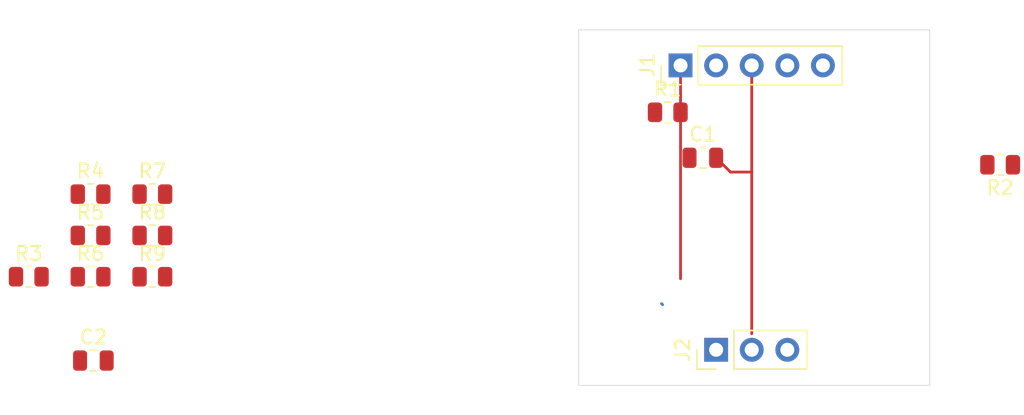
<source format=kicad_pcb>
(kicad_pcb (version 20241229) (generator "pcbnew") (generator_version "9.0")
  (layers (0 "F.Cu" signal) (2 "B.Cu" signal) (13 "F.Paste" user) (15 "B.Paste" user) (5 "F.SilkS" user "F.Silkscreen") (7 "B.SilkS" user "B.Silkscreen") (1 "F.Mask" user) (3 "B.Mask" user) (25 "Edge.Cuts" user))
  (net 0 "")
  (net 1 "GND")
  (net 2 "Net-(J1-Pin_1)")
  (net 3 "Net-(J1-Pin_5)")
  (net 6 "+3.3V")
  (net 7 "OUT")
  (net 8 "Net-(R3-Pad2)")
  (net 9 "Net-(R4-Pad2)")
  (net 10 "Net-(R5-Pad2)")
  (net 11 "Net-(R7-Pad2)")
  (footprint "Connector_PinHeader_2.54mm:PinHeader_1x05_P2.54mm_Vertical" (layer "F.Cu") (at 81.28 25.4 90)
    (property "Reference" "J1" (at 0 -2.38 90) (layer "F.SilkS"))
    (property "Value" "Conn_01x05")
    (fp_line (start -1.38 -1.38) (end 0 -1.38) (stroke (width 0.12)) (layer "F.SilkS"))
    (fp_line (start -1.38 0) (end -1.38 -1.38) (stroke (width 0.12)) (layer "F.SilkS"))
    (fp_line (start 1.38 1.27) (end 1.38 11.54) (stroke (width 0.12)) (layer "F.SilkS"))
    (fp_line (start -1.38 1.27) (end 1.38 1.27) (stroke (width 0.12)) (layer "F.SilkS"))
    (fp_line (start -1.38 1.27) (end -1.38 11.54) (stroke (width 0.12)) (layer "F.SilkS"))
    (fp_line (start -1.38 11.54) (end 1.38 11.54) (stroke (width 0.12)) (layer "F.SilkS"))
    (pad "1" thru_hole rect (at 0 0 90) (size 1.7 1.7) (drill 1) (layers "*.Cu" "*.Mask") (net 2 "Net-(J1-Pin_1)"))
    (pad "2" thru_hole circle (at 0 2.54 90) (size 1.7 1.7) (drill 1) (layers "*.Cu" "*.Mask"))
    (pad "3" thru_hole circle (at 0 5.08 90) (size 1.7 1.7) (drill 1) (layers "*.Cu" "*.Mask") (net 1 "GND"))
    (pad "4" thru_hole circle (at 0 7.62 90) (size 1.7 1.7) (drill 1) (layers "*.Cu" "*.Mask"))
    (pad "5" thru_hole circle (at 0 10.16 90) (size 1.7 1.7) (drill 1) (layers "*.Cu" "*.Mask") (net 3 "Net-(J1-Pin_5)"))
  )
  (footprint "Capacitor_SMD:C_0805_2012Metric" (layer "F.Cu") (at 82.87 32)
    (property "Reference" "C1" (at 0 -1.68 0) (layer "F.SilkS"))
    (property "Value" "10n")
    (fp_line (start -0.261252 -0.735) (end 0.261252 -0.735) (stroke (width 0.12)) (layer "F.SilkS"))
    (fp_line (start -0.261252 0.735) (end 0.261252 0.735) (stroke (width 0.12)) (layer "F.SilkS"))
    (pad "1" smd roundrect (at -0.95 0) (size 1 1.45) (layers "F.Cu" "F.Mask" "F.Paste") (net 2 "Net-(J1-Pin_1)"))
    (pad "2" smd roundrect (at 0.95 0) (size 1 1.45) (layers "F.Cu" "F.Mask" "F.Paste") (net 1 "GND"))
  )
  (footprint "Resistor_SMD:R_0805_2012Metric" (layer "F.Cu") (at 39.1775 37.55)
    (property "Reference" "R5" (at 0 -1.65 0) (layer "F.SilkS"))
    (property "Value" "100K")
    (fp_line (start -0.227064 -0.735) (end 0.227064 -0.735) (stroke (width 0.12)) (layer "F.SilkS"))
    (fp_line (start -0.227064 0.735) (end 0.227064 0.735) (stroke (width 0.12)) (layer "F.SilkS"))
    (pad "1" smd roundrect (at -0.9125 0) (size 1.025 1.4) (layers "F.Cu" "F.Mask" "F.Paste") (roundrect_rratio 0.243902) (net 8 "Net-(R3-Pad2)"))
    (pad "2" smd roundrect (at 0.9125 0) (size 1.025 1.4) (layers "F.Cu" "F.Mask" "F.Paste") (roundrect_rratio 0.243902) (net 10 "Net-(R5-Pad2)"))
  )
  (footprint "Resistor_SMD:R_0805_2012Metric" (layer "F.Cu") (at 43.5875 40.5)
    (property "Reference" "R9" (at 0 -1.65 0) (layer "F.SilkS"))
    (property "Value" "100K")
    (fp_line (start -0.227064 -0.735) (end 0.227064 -0.735) (stroke (width 0.12)) (layer "F.SilkS"))
    (fp_line (start -0.227064 0.735) (end 0.227064 0.735) (stroke (width 0.12)) (layer "F.SilkS"))
    (pad "1" smd roundrect (at -0.9125 0) (size 1.025 1.4) (layers "F.Cu" "F.Mask" "F.Paste") (roundrect_rratio 0.243902) (net 10 "Net-(R5-Pad2)"))
    (pad "2" smd roundrect (at 0.9125 0) (size 1.025 1.4) (layers "F.Cu" "F.Mask" "F.Paste") (roundrect_rratio 0.243902) (net 7 "OUT"))
  )
  (footprint "Resistor_SMD:R_0805_2012Metric" (layer "F.Cu") (at 80.3675 28.75)
    (property "Reference" "R1" (at 0 -1.65 0) (layer "F.SilkS"))
    (property "Value" "1k")
    (fp_line (start -0.227064 -0.735) (end 0.227064 -0.735) (stroke (width 0.12)) (layer "F.SilkS"))
    (fp_line (start -0.227064 0.735) (end 0.227064 0.735) (stroke (width 0.12)) (layer "F.SilkS"))
    (pad "1" smd roundrect (at -0.9125 0) (size 1.025 1.4) (layers "F.Cu" "F.Mask" "F.Paste") (roundrect_rratio 0.243902) (net 6 "+3.3V"))
    (pad "2" smd roundrect (at 0.9125 0) (size 1.025 1.4) (layers "F.Cu" "F.Mask" "F.Paste") (roundrect_rratio 0.243902) (net 2 "Net-(J1-Pin_1)"))
  )
  (footprint "Resistor_SMD:R_0805_2012Metric" (layer "F.Cu") (at 43.5875 34.6)
    (property "Reference" "R7" (at 0 -1.65 0) (layer "F.SilkS"))
    (property "Value" "100K")
    (fp_line (start -0.227064 -0.735) (end 0.227064 -0.735) (stroke (width 0.12)) (layer "F.SilkS"))
    (fp_line (start -0.227064 0.735) (end 0.227064 0.735) (stroke (width 0.12)) (layer "F.SilkS"))
    (pad "1" smd roundrect (at -0.9125 0) (size 1.025 1.4) (layers "F.Cu" "F.Mask" "F.Paste") (roundrect_rratio 0.243902) (net 1 "GND"))
    (pad "2" smd roundrect (at 0.9125 0) (size 1.025 1.4) (layers "F.Cu" "F.Mask" "F.Paste") (roundrect_rratio 0.243902) (net 11 "Net-(R7-Pad2)"))
  )
  (footprint "Resistor_SMD:R_0805_2012Metric" (layer "F.Cu") (at 39.1775 34.6)
    (property "Reference" "R4" (at 0 -1.65 0) (layer "F.SilkS"))
    (property "Value" "100K")
    (fp_line (start -0.227064 -0.735) (end 0.227064 -0.735) (stroke (width 0.12)) (layer "F.SilkS"))
    (fp_line (start -0.227064 0.735) (end 0.227064 0.735) (stroke (width 0.12)) (layer "F.SilkS"))
    (pad "1" smd roundrect (at -0.9125 0) (size 1.025 1.4) (layers "F.Cu" "F.Mask" "F.Paste") (roundrect_rratio 0.243902) (net 3 "Net-(J1-Pin_5)"))
    (pad "2" smd roundrect (at 0.9125 0) (size 1.025 1.4) (layers "F.Cu" "F.Mask" "F.Paste") (roundrect_rratio 0.243902) (net 9 "Net-(R4-Pad2)"))
  )
  (footprint "Resistor_SMD:R_0805_2012Metric" (layer "F.Cu") (at 39.1775 40.5)
    (property "Reference" "R6" (at 0 -1.65 0) (layer "F.SilkS"))
    (property "Value" "100K")
    (fp_line (start -0.227064 -0.735) (end 0.227064 -0.735) (stroke (width 0.12)) (layer "F.SilkS"))
    (fp_line (start -0.227064 0.735) (end 0.227064 0.735) (stroke (width 0.12)) (layer "F.SilkS"))
    (pad "1" smd roundrect (at -0.9125 0) (size 1.025 1.4) (layers "F.Cu" "F.Mask" "F.Paste") (roundrect_rratio 0.243902) (net 9 "Net-(R4-Pad2)"))
    (pad "2" smd roundrect (at 0.9125 0) (size 1.025 1.4) (layers "F.Cu" "F.Mask" "F.Paste") (roundrect_rratio 0.243902) (net 7 "OUT"))
  )
  (footprint "Resistor_SMD:R_0805_2012Metric" (layer "F.Cu") (at 104.0875 32.5 180)
    (property "Reference" "R2" (at 0 -1.65 0) (layer "F.SilkS"))
    (property "Value" "1k")
    (fp_line (start -0.227064 0.735) (end 0.227064 0.735) (stroke (width 0.12)) (layer "F.SilkS"))
    (fp_line (start -0.227064 -0.735) (end 0.227064 -0.735) (stroke (width 0.12)) (layer "F.SilkS"))
    (pad "1" smd roundrect (at -0.9125 0 180) (size 1.025 1.4) (layers "F.Cu" "F.Mask" "F.Paste") (roundrect_rratio 0.243902) (net 6 "+3.3V"))
    (pad "2" smd roundrect (at 0.9125 0 180) (size 1.025 1.4) (layers "F.Cu" "F.Mask" "F.Paste") (roundrect_rratio 0.243902) (net 3 "Net-(J1-Pin_5)"))
  )
  (footprint "Resistor_SMD:R_0805_2012Metric" (layer "F.Cu") (at 43.5875 37.55)
    (property "Reference" "R8" (at 0 -1.65 0) (layer "F.SilkS"))
    (property "Value" "100K")
    (fp_line (start -0.227064 -0.735) (end 0.227064 -0.735) (stroke (width 0.12)) (layer "F.SilkS"))
    (fp_line (start -0.227064 0.735) (end 0.227064 0.735) (stroke (width 0.12)) (layer "F.SilkS"))
    (pad "1" smd roundrect (at -0.9125 0) (size 1.025 1.4) (layers "F.Cu" "F.Mask" "F.Paste") (roundrect_rratio 0.243902) (net 11 "Net-(R7-Pad2)"))
    (pad "2" smd roundrect (at 0.9125 0) (size 1.025 1.4) (layers "F.Cu" "F.Mask" "F.Paste") (roundrect_rratio 0.243902) (net 10 "Net-(R5-Pad2)"))
  )
  (footprint "Capacitor_SMD:C_0805_2012Metric" (layer "F.Cu") (at 39.3775 46.49)
    (property "Reference" "C2" (at 0 -1.68 0) (layer "F.SilkS"))
    (property "Value" "10n")
    (fp_line (start -0.261252 -0.735) (end 0.261252 -0.735) (stroke (width 0.12)) (layer "F.SilkS"))
    (fp_line (start -0.261252 0.735) (end 0.261252 0.735) (stroke (width 0.12)) (layer "F.SilkS"))
    (pad "1" smd roundrect (at -0.95 0) (size 1 1.45) (layers "F.Cu" "F.Mask" "F.Paste") (net 3 "Net-(J1-Pin_5)"))
    (pad "2" smd roundrect (at 0.95 0) (size 1 1.45) (layers "F.Cu" "F.Mask" "F.Paste") (net 1 "GND"))
  )
  (footprint "Connector_PinHeader_2.54mm:PinHeader_1x03_P2.54mm_Vertical" (layer "F.Cu") (at 83.82 45.72 90)
    (property "Reference" "J2" (at 0 -2.38 90) (layer "F.SilkS"))
    (property "Value" "Conn_01x03")
    (fp_line (start -1.38 -1.38) (end 0 -1.38) (stroke (width 0.12)) (layer "F.SilkS"))
    (fp_line (start -1.38 0) (end -1.38 -1.38) (stroke (width 0.12)) (layer "F.SilkS"))
    (fp_line (start 1.38 1.27) (end 1.38 6.46) (stroke (width 0.12)) (layer "F.SilkS"))
    (fp_line (start -1.38 1.27) (end 1.38 1.27) (stroke (width 0.12)) (layer "F.SilkS"))
    (fp_line (start -1.38 1.27) (end -1.38 6.46) (stroke (width 0.12)) (layer "F.SilkS"))
    (fp_line (start -1.38 6.46) (end 1.38 6.46) (stroke (width 0.12)) (layer "F.SilkS"))
    (pad "1" thru_hole rect (at 0 0 90) (size 1.7 1.7) (drill 1) (layers "*.Cu" "*.Mask") (net 6 "+3.3V"))
    (pad "2" thru_hole circle (at 0 2.54 90) (size 1.7 1.7) (drill 1) (layers "*.Cu" "*.Mask") (net 7 "OUT"))
    (pad "3" thru_hole circle (at 0 5.08 90) (size 1.7 1.7) (drill 1) (layers "*.Cu" "*.Mask") (net 1 "GND"))
  )
  (footprint "Resistor_SMD:R_0805_2012Metric" (layer "F.Cu") (at 34.7675 40.5)
    (property "Reference" "R3" (at 0 -1.65 0) (layer "F.SilkS"))
    (property "Value" "100K")
    (fp_line (start -0.227064 -0.735) (end 0.227064 -0.735) (stroke (width 0.12)) (layer "F.SilkS"))
    (fp_line (start -0.227064 0.735) (end 0.227064 0.735) (stroke (width 0.12)) (layer "F.SilkS"))
    (pad "1" smd roundrect (at -0.9125 0) (size 1.025 1.4) (layers "F.Cu" "F.Mask" "F.Paste") (roundrect_rratio 0.243902) (net 2 "Net-(J1-Pin_1)"))
    (pad "2" smd roundrect (at 0.9125 0) (size 1.025 1.4) (layers "F.Cu" "F.Mask" "F.Paste") (roundrect_rratio 0.243902) (net 8 "Net-(R3-Pad2)"))
  )
  (gr_rect (start 74 22.86) (end 99.06 48.26) (stroke (width 0.05)) (fill no) (layer "Edge.Cuts"))
  (segment (start 83.82 32) (end 84.84 33.02) (width 0.2) (layer "F.Cu") (net 1))
  (segment (start 84.84 33.02) (end 86.36 33.02) (width 0.2) (layer "F.Cu") (net 1))
  (segment (start 86.36 33.02) (end 86.36 44.569) (width 0.2) (layer "F.Cu") (net 1))
  (segment (start 86.36 25.4) (end 86.36 33.02) (width 0.2) (layer "F.Cu") (net 1))
  (segment (start 81.28 25) (end 81.28 40.64) (width 0.2) (layer "F.Cu") (net 2))
  (segment (start 80 42.5) (end 79.92 42.42) (width 0.2) (layer "B.Cu") (net 2))
)
</source>
